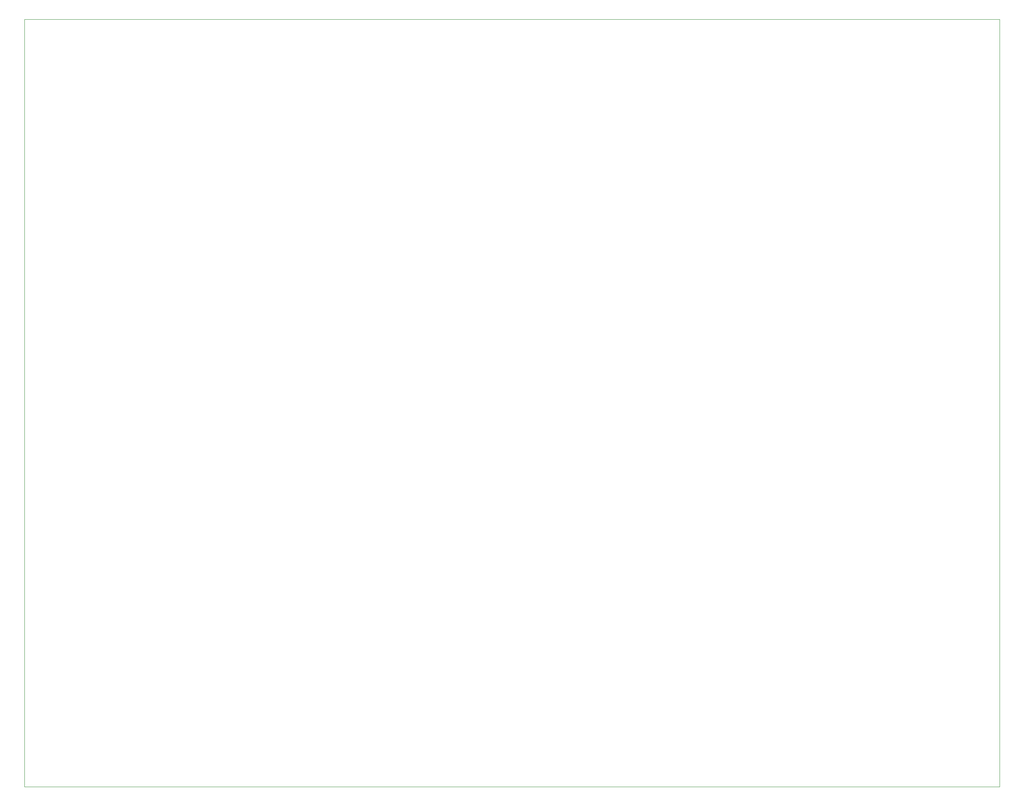
<source format=gbr>
%TF.GenerationSoftware,KiCad,Pcbnew,5.1.6-c6e7f7d~86~ubuntu18.04.1*%
%TF.CreationDate,2020-06-02T23:01:44+03:00*%
%TF.ProjectId,chessboard_pcb,63686573-7362-46f6-9172-645f7063622e,rev?*%
%TF.SameCoordinates,Original*%
%TF.FileFunction,Profile,NP*%
%FSLAX46Y46*%
G04 Gerber Fmt 4.6, Leading zero omitted, Abs format (unit mm)*
G04 Created by KiCad (PCBNEW 5.1.6-c6e7f7d~86~ubuntu18.04.1) date 2020-06-02 23:01:44*
%MOMM*%
%LPD*%
G01*
G04 APERTURE LIST*
%TA.AperFunction,Profile*%
%ADD10C,0.050000*%
%TD*%
G04 APERTURE END LIST*
D10*
X44450000Y-190500000D02*
X254000000Y-190500000D01*
X44450000Y-25400000D02*
X44450000Y-190500000D01*
X254000000Y-25400000D02*
X44450000Y-25400000D01*
X254000000Y-190500000D02*
X254000000Y-25400000D01*
M02*

</source>
